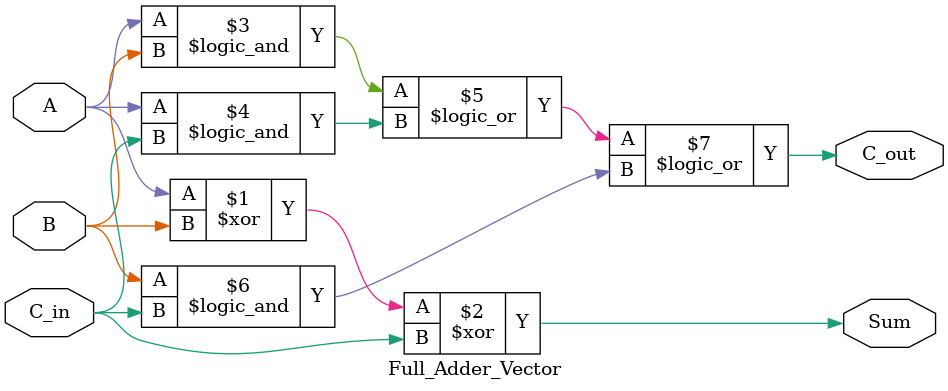
<source format=v>
`ifndef VECTOR_UNIT
    `define VADD    3'b010   // Vector Addition
    `define VSUB    3'b110   // Vector Subtraction
    `define VDOT    3'b001   // Dot Product
    `define VCROSS  3'b100   // Cross Product
`endif

module Vector_Arithmetic_Logic_Unit 
(
    input wire [ 6 : 0] opcode,               
    input wire [ 2 : 0] funct3,               
    input wire [ 6 : 0] funct7,
    input wire [ 2 : 0] vector_unit_control,
    input wire [31 : 0] vector_input_1,
    input wire [31 : 0] vector_input_2,
    output reg [31 : 0] vector_result
);

    // reg [2 : 0] vector_unit_control;

    wire [15 : 0] signed_extended_input_1_1;
    wire [15 : 0] signed_extended_input_2_1;

    wire [15 : 0] signed_extended_input_1_2;
    wire [15 : 0] signed_extended_input_2_2;

    wire [15 : 0] signed_extended_input_1_3;
    wire [15 : 0] signed_extended_input_2_3;

    wire [15 : 0] signed_extended_input_1_4;
    wire [15 : 0] signed_extended_input_2_4;

    wire [7  : 0] partial_result_1;
    wire [7  : 0] partial_result_2;
    wire [7  : 0] partial_result_3;
    wire [7  : 0] partial_result_4;

    reg signed [7  : 0] vector_0_7_input_1;
    reg signed [7  : 0] vector_0_7_input_2;
    reg signed [7  : 0] vector_8_15_input_1;
    reg signed [7  : 0] vector_8_15_input_2;
    reg signed [7  : 0] vector_16_23_input_1; 
    reg signed [7  : 0] vector_16_23_input_2; 
    reg signed [7  : 0] vector_24_31_input_1; 
    reg signed [7  : 0] vector_24_31_input_2;
    // reg signed [15 : 0] s1, s2, s3, s4;

    // Sign Extension
    assign signed_extended_input_1_1 = {{8{vector_input_1[7]}},  vector_input_1[7:0]};
    assign signed_extended_input_2_1 = {{8{vector_input_2[7]}},  vector_input_2[7:0]};

    assign signed_extended_input_1_2 = {{8{vector_input_1[15]}}, vector_input_1[15:8]};
    assign signed_extended_input_2_2 = {{8{vector_input_2[15]}}, vector_input_2[15:8]};

    assign signed_extended_input_1_3 = {{8{vector_input_1[23]}}, vector_input_1[23:16]};
    assign signed_extended_input_2_3 = {{8{vector_input_2[23]}}, vector_input_2[23:16]};

    assign signed_extended_input_1_4 = {{8{vector_input_1[31]}}, vector_input_1[31:24]};
    assign signed_extended_input_2_4 = {{8{vector_input_2[31]}}, vector_input_2[31:24]};

    reg [7 : 0] circuit_1_input_2;
    reg [7 : 0] circuit_2_input_2;
    reg [7 : 0] circuit_3_input_2;
    reg [7 : 0] circuit_4_input_2;

    reg circuit_1_carry_input;
    reg circuit_2_carry_input;
    reg circuit_3_carry_input;
    reg circuit_4_carry_input;
    
    always @(*) 
    begin
        vector_0_7_input_1 = vector_input_1 [7 : 0];
        vector_0_7_input_2 = vector_input_2 [7 : 0];

        vector_8_15_input_1 = vector_input_1 [15 : 8];
        vector_8_15_input_2 = vector_input_2 [15 : 8];
        
        vector_16_23_input_1 = vector_input_1 [23 : 16];
        vector_16_23_input_2 = vector_input_2 [23 : 16];
        
        vector_24_31_input_1 = vector_input_1 [31 : 24];
        vector_24_31_input_2 = vector_input_2 [31 : 24];

        case (vector_unit_control)
            `VADD: 
                begin
                    circuit_1_input_2 = vector_0_7_input_2;
                    circuit_2_input_2 = vector_8_15_input_2;
                    circuit_3_input_2 = vector_16_23_input_2;
                    circuit_4_input_2 = vector_24_31_input_2;

                    circuit_1_carry_input = 1'b0;
                    circuit_2_carry_input = 1'b0;
                    circuit_3_carry_input = 1'b0;
                    circuit_4_carry_input = 1'b0;
                    /*
                    partial_result_1 = vector_0_7_input_1   + vector_0_7_input_2;
                    partial_result_2 = vector_8_15_input_1  + vector_8_15_input_2;
                    partial_result_3 = vector_16_23_input_1 + vector_16_23_input_2;
                    partial_result_4 = vector_24_31_input_1 + vector_24_31_input_2;
                    */
                    vector_result = {partial_result_4, partial_result_3, partial_result_2, partial_result_1};
                end
            `VSUB: 
                begin
                    circuit_1_input_2 = ~vector_0_7_input_2;
                    circuit_2_input_2 = ~vector_8_15_input_2;
                    circuit_3_input_2 = ~vector_16_23_input_2;
                    circuit_4_input_2 = ~vector_24_31_input_2;

                    circuit_1_carry_input = 1'b1;
                    circuit_2_carry_input = 1'b1;
                    circuit_3_carry_input = 1'b1;
                    circuit_4_carry_input = 1'b1;
                    /*
                    partial_result_1 = vector_0_7_input_1   - vector_0_7_input_2;
                    partial_result_2 = vector_8_15_input_1  - vector_8_15_input_2;
                    partial_result_3 = vector_16_23_input_1 - vector_16_23_input_2;
                    partial_result_4 = vector_24_31_input_1 - vector_24_31_input_2;
                    */
                    vector_result    = {partial_result_4, partial_result_3, partial_result_2, partial_result_1};
                end
            /*
            `VDOT: 
                begin
                    s1  = signed_extended_input_1_1 * signed_extended_input_2_1 ;
                    s2  = signed_extended_input_1_2 * signed_extended_input_2_2 ;
                    s3  = signed_extended_input_1_3 * signed_extended_input_2_3 ;
                    s4  = signed_extended_input_1_4 * signed_extended_input_2_4 ; //16bits
                    vector_result = s1 + s2 + s3 + s4;
                end
            */
            /*
            `VCROSS:
                begin
                    
                end
            */
            default: begin vector_result = vector_input_1; end
        endcase
    end

    Vector_CLA #(.LEN(8)) vector_adder_1
    (    
        .A(vector_0_7_input_1),
        .B(circuit_1_input_2),
        .C_in(circuit_1_carry_input),
        .Sum(partial_result_1)
    );
    Vector_CLA #(.LEN(8)) vector_adder_2
    (    
        .A(vector_8_15_input_1),
        .B(circuit_2_input_2),
        .C_in(circuit_2_carry_input),
        .Sum(partial_result_2)
    );
    Vector_CLA #(.LEN(8)) vector_adder_3
    (    
        .A(vector_16_23_input_1),
        .B(circuit_3_input_2),
        .C_in(circuit_3_carry_input),
        .Sum(partial_result_3)
    );
    Vector_CLA #(.LEN(8)) vector_adder_4
    (    
        .A(vector_24_31_input_1),
        .B(circuit_4_input_2),
        .C_in(circuit_4_carry_input),
        .Sum(partial_result_4)
    );
    
endmodule

module Vector_CLA #(parameter LEN = 8) 
(
    input [LEN - 1 : 0] A,
    input [LEN - 1 : 0] B,
    input C_in,
    
    output [LEN - 1 : 0] Sum,
    output C_out
);

    wire [LEN : 0] Carry;
    wire [LEN : 0] CarryX;
    wire [LEN - 1 : 0] P;
    wire [LEN - 1 : 0] G;
    assign P = A | B;   // Bitwise AND
    assign G = A & B;   // Bitwise OR

    assign Carry[0] = C_in;

    genvar i;

    generate
        for (i = 1 ; i <= LEN; i = i + 1)
        begin
            assign Carry[i] = G[i - 1] | (P[i - 1] & Carry[i - 1]);
        end
    endgenerate

    generate
        for (i = 0; i < LEN; i = i + 1)
        begin
            Full_Adder_Vector FA (.A(A[i]), .B(B[i]), .C_in(Carry[i]), .C_out(CarryX[i + 1]), .Sum(Sum[i]));
        end
    assign C_out = Carry[LEN];
    endgenerate

endmodule

module Full_Adder_Vector 
(
    input A,
    input B,
    input C_in,

    output C_out,
    output Sum
);
    assign Sum = A ^ B ^ C_in;
    assign C_out = (A && B) || (A && C_in) || (B && C_in); 
endmodule
</source>
